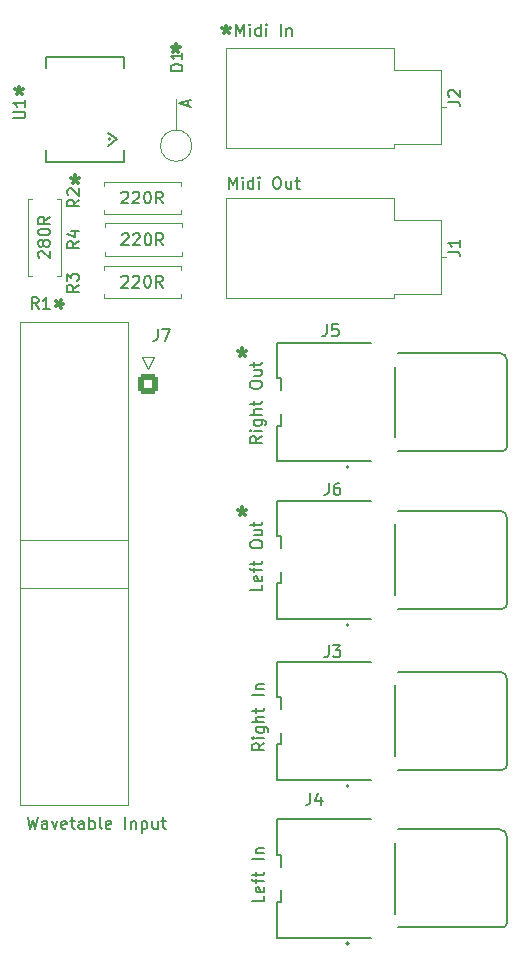
<source format=gbr>
%TF.GenerationSoftware,KiCad,Pcbnew,(6.0.1)*%
%TF.CreationDate,2022-07-28T18:42:16-07:00*%
%TF.ProjectId,waveblaster-to-midi-module,77617665-626c-4617-9374-65722d746f2d,rev?*%
%TF.SameCoordinates,PX525bfc0PY8670810*%
%TF.FileFunction,Legend,Top*%
%TF.FilePolarity,Positive*%
%FSLAX46Y46*%
G04 Gerber Fmt 4.6, Leading zero omitted, Abs format (unit mm)*
G04 Created by KiCad (PCBNEW (6.0.1)) date 2022-07-28 18:42:16*
%MOMM*%
%LPD*%
G01*
G04 APERTURE LIST*
G04 Aperture macros list*
%AMRoundRect*
0 Rectangle with rounded corners*
0 $1 Rounding radius*
0 $2 $3 $4 $5 $6 $7 $8 $9 X,Y pos of 4 corners*
0 Add a 4 corners polygon primitive as box body*
4,1,4,$2,$3,$4,$5,$6,$7,$8,$9,$2,$3,0*
0 Add four circle primitives for the rounded corners*
1,1,$1+$1,$2,$3*
1,1,$1+$1,$4,$5*
1,1,$1+$1,$6,$7*
1,1,$1+$1,$8,$9*
0 Add four rect primitives between the rounded corners*
20,1,$1+$1,$2,$3,$4,$5,0*
20,1,$1+$1,$4,$5,$6,$7,0*
20,1,$1+$1,$6,$7,$8,$9,0*
20,1,$1+$1,$8,$9,$2,$3,0*%
G04 Aperture macros list end*
%ADD10C,0.300000*%
%ADD11C,0.150000*%
%ADD12C,0.120000*%
%ADD13C,0.127000*%
%ADD14C,0.200000*%
%ADD15RoundRect,0.250000X-0.600000X-0.600000X0.600000X-0.600000X0.600000X0.600000X-0.600000X0.600000X0*%
%ADD16C,1.700000*%
%ADD17C,6.400000*%
%ADD18O,1.800000X2.800000*%
%ADD19C,1.600000*%
%ADD20O,1.600000X1.600000*%
%ADD21R,1.248000X1.248000*%
%ADD22C,1.248000*%
%ADD23O,2.400000X4.800000*%
%ADD24O,3.400000X1.700000*%
%ADD25R,1.600000X1.600000*%
G04 APERTURE END LIST*
D10*
X162520000Y-72168571D02*
X162520000Y-72525714D01*
X162162857Y-72382857D02*
X162520000Y-72525714D01*
X162877142Y-72382857D01*
X162305714Y-72811428D02*
X162520000Y-72525714D01*
X162734285Y-72811428D01*
X176660000Y-100268571D02*
X176660000Y-100625714D01*
X176302857Y-100482857D02*
X176660000Y-100625714D01*
X177017142Y-100482857D01*
X176445714Y-100911428D02*
X176660000Y-100625714D01*
X176874285Y-100911428D01*
X161511428Y-83040000D02*
X161154285Y-83040000D01*
X161297142Y-82682857D02*
X161154285Y-83040000D01*
X161297142Y-83397142D01*
X160868571Y-82825714D02*
X161154285Y-83040000D01*
X160868571Y-83254285D01*
X175300000Y-59478571D02*
X175300000Y-59835714D01*
X174942857Y-59692857D02*
X175300000Y-59835714D01*
X175657142Y-59692857D01*
X175085714Y-60121428D02*
X175300000Y-59835714D01*
X175514285Y-60121428D01*
X157790000Y-64648571D02*
X157790000Y-65005714D01*
X157432857Y-64862857D02*
X157790000Y-65005714D01*
X158147142Y-64862857D01*
X157575714Y-65291428D02*
X157790000Y-65005714D01*
X158004285Y-65291428D01*
X176660000Y-86808571D02*
X176660000Y-87165714D01*
X176302857Y-87022857D02*
X176660000Y-87165714D01*
X177017142Y-87022857D01*
X176445714Y-87451428D02*
X176660000Y-87165714D01*
X176874285Y-87451428D01*
X171050000Y-61038571D02*
X171050000Y-61395714D01*
X170692857Y-61252857D02*
X171050000Y-61395714D01*
X171407142Y-61252857D01*
X170835714Y-61681428D02*
X171050000Y-61395714D01*
X171264285Y-61681428D01*
D11*
%TO.C,J7*%
X169496666Y-85152380D02*
X169496666Y-85866666D01*
X169449047Y-86009523D01*
X169353809Y-86104761D01*
X169210952Y-86152380D01*
X169115714Y-86152380D01*
X169877619Y-85152380D02*
X170544285Y-85152380D01*
X170115714Y-86152380D01*
X158496666Y-126492380D02*
X158734761Y-127492380D01*
X158925238Y-126778095D01*
X159115714Y-127492380D01*
X159353809Y-126492380D01*
X160163333Y-127492380D02*
X160163333Y-126968571D01*
X160115714Y-126873333D01*
X160020476Y-126825714D01*
X159830000Y-126825714D01*
X159734761Y-126873333D01*
X160163333Y-127444761D02*
X160068095Y-127492380D01*
X159830000Y-127492380D01*
X159734761Y-127444761D01*
X159687142Y-127349523D01*
X159687142Y-127254285D01*
X159734761Y-127159047D01*
X159830000Y-127111428D01*
X160068095Y-127111428D01*
X160163333Y-127063809D01*
X160544285Y-126825714D02*
X160782380Y-127492380D01*
X161020476Y-126825714D01*
X161782380Y-127444761D02*
X161687142Y-127492380D01*
X161496666Y-127492380D01*
X161401428Y-127444761D01*
X161353809Y-127349523D01*
X161353809Y-126968571D01*
X161401428Y-126873333D01*
X161496666Y-126825714D01*
X161687142Y-126825714D01*
X161782380Y-126873333D01*
X161830000Y-126968571D01*
X161830000Y-127063809D01*
X161353809Y-127159047D01*
X162115714Y-126825714D02*
X162496666Y-126825714D01*
X162258571Y-126492380D02*
X162258571Y-127349523D01*
X162306190Y-127444761D01*
X162401428Y-127492380D01*
X162496666Y-127492380D01*
X163258571Y-127492380D02*
X163258571Y-126968571D01*
X163210952Y-126873333D01*
X163115714Y-126825714D01*
X162925238Y-126825714D01*
X162830000Y-126873333D01*
X163258571Y-127444761D02*
X163163333Y-127492380D01*
X162925238Y-127492380D01*
X162830000Y-127444761D01*
X162782380Y-127349523D01*
X162782380Y-127254285D01*
X162830000Y-127159047D01*
X162925238Y-127111428D01*
X163163333Y-127111428D01*
X163258571Y-127063809D01*
X163734761Y-127492380D02*
X163734761Y-126492380D01*
X163734761Y-126873333D02*
X163830000Y-126825714D01*
X164020476Y-126825714D01*
X164115714Y-126873333D01*
X164163333Y-126920952D01*
X164210952Y-127016190D01*
X164210952Y-127301904D01*
X164163333Y-127397142D01*
X164115714Y-127444761D01*
X164020476Y-127492380D01*
X163830000Y-127492380D01*
X163734761Y-127444761D01*
X164782380Y-127492380D02*
X164687142Y-127444761D01*
X164639523Y-127349523D01*
X164639523Y-126492380D01*
X165544285Y-127444761D02*
X165449047Y-127492380D01*
X165258571Y-127492380D01*
X165163333Y-127444761D01*
X165115714Y-127349523D01*
X165115714Y-126968571D01*
X165163333Y-126873333D01*
X165258571Y-126825714D01*
X165449047Y-126825714D01*
X165544285Y-126873333D01*
X165591904Y-126968571D01*
X165591904Y-127063809D01*
X165115714Y-127159047D01*
X166782380Y-127492380D02*
X166782380Y-126492380D01*
X167258571Y-126825714D02*
X167258571Y-127492380D01*
X167258571Y-126920952D02*
X167306190Y-126873333D01*
X167401428Y-126825714D01*
X167544285Y-126825714D01*
X167639523Y-126873333D01*
X167687142Y-126968571D01*
X167687142Y-127492380D01*
X168163333Y-126825714D02*
X168163333Y-127825714D01*
X168163333Y-126873333D02*
X168258571Y-126825714D01*
X168449047Y-126825714D01*
X168544285Y-126873333D01*
X168591904Y-126920952D01*
X168639523Y-127016190D01*
X168639523Y-127301904D01*
X168591904Y-127397142D01*
X168544285Y-127444761D01*
X168449047Y-127492380D01*
X168258571Y-127492380D01*
X168163333Y-127444761D01*
X169496666Y-126825714D02*
X169496666Y-127492380D01*
X169068095Y-126825714D02*
X169068095Y-127349523D01*
X169115714Y-127444761D01*
X169210952Y-127492380D01*
X169353809Y-127492380D01*
X169449047Y-127444761D01*
X169496666Y-127397142D01*
X169830000Y-126825714D02*
X170210952Y-126825714D01*
X169972857Y-126492380D02*
X169972857Y-127349523D01*
X170020476Y-127444761D01*
X170115714Y-127492380D01*
X170210952Y-127492380D01*
%TO.C,J1*%
X194102380Y-78623333D02*
X194816666Y-78623333D01*
X194959523Y-78670952D01*
X195054761Y-78766190D01*
X195102380Y-78909047D01*
X195102380Y-79004285D01*
X195102380Y-77623333D02*
X195102380Y-78194761D01*
X195102380Y-77909047D02*
X194102380Y-77909047D01*
X194245238Y-78004285D01*
X194340476Y-78099523D01*
X194388095Y-78194761D01*
X175565238Y-73292380D02*
X175565238Y-72292380D01*
X175898571Y-73006666D01*
X176231904Y-72292380D01*
X176231904Y-73292380D01*
X176708095Y-73292380D02*
X176708095Y-72625714D01*
X176708095Y-72292380D02*
X176660476Y-72340000D01*
X176708095Y-72387619D01*
X176755714Y-72340000D01*
X176708095Y-72292380D01*
X176708095Y-72387619D01*
X177612857Y-73292380D02*
X177612857Y-72292380D01*
X177612857Y-73244761D02*
X177517619Y-73292380D01*
X177327142Y-73292380D01*
X177231904Y-73244761D01*
X177184285Y-73197142D01*
X177136666Y-73101904D01*
X177136666Y-72816190D01*
X177184285Y-72720952D01*
X177231904Y-72673333D01*
X177327142Y-72625714D01*
X177517619Y-72625714D01*
X177612857Y-72673333D01*
X178089047Y-73292380D02*
X178089047Y-72625714D01*
X178089047Y-72292380D02*
X178041428Y-72340000D01*
X178089047Y-72387619D01*
X178136666Y-72340000D01*
X178089047Y-72292380D01*
X178089047Y-72387619D01*
X179517619Y-72292380D02*
X179708095Y-72292380D01*
X179803333Y-72340000D01*
X179898571Y-72435238D01*
X179946190Y-72625714D01*
X179946190Y-72959047D01*
X179898571Y-73149523D01*
X179803333Y-73244761D01*
X179708095Y-73292380D01*
X179517619Y-73292380D01*
X179422380Y-73244761D01*
X179327142Y-73149523D01*
X179279523Y-72959047D01*
X179279523Y-72625714D01*
X179327142Y-72435238D01*
X179422380Y-72340000D01*
X179517619Y-72292380D01*
X180803333Y-72625714D02*
X180803333Y-73292380D01*
X180374761Y-72625714D02*
X180374761Y-73149523D01*
X180422380Y-73244761D01*
X180517619Y-73292380D01*
X180660476Y-73292380D01*
X180755714Y-73244761D01*
X180803333Y-73197142D01*
X181136666Y-72625714D02*
X181517619Y-72625714D01*
X181279523Y-72292380D02*
X181279523Y-73149523D01*
X181327142Y-73244761D01*
X181422380Y-73292380D01*
X181517619Y-73292380D01*
%TO.C,R4*%
X162842380Y-77746666D02*
X162366190Y-78080000D01*
X162842380Y-78318095D02*
X161842380Y-78318095D01*
X161842380Y-77937142D01*
X161890000Y-77841904D01*
X161937619Y-77794285D01*
X162032857Y-77746666D01*
X162175714Y-77746666D01*
X162270952Y-77794285D01*
X162318571Y-77841904D01*
X162366190Y-77937142D01*
X162366190Y-78318095D01*
X162175714Y-76889523D02*
X162842380Y-76889523D01*
X161794761Y-77127619D02*
X162509047Y-77365714D01*
X162509047Y-76746666D01*
X166491904Y-77167619D02*
X166539523Y-77120000D01*
X166634761Y-77072380D01*
X166872857Y-77072380D01*
X166968095Y-77120000D01*
X167015714Y-77167619D01*
X167063333Y-77262857D01*
X167063333Y-77358095D01*
X167015714Y-77500952D01*
X166444285Y-78072380D01*
X167063333Y-78072380D01*
X167444285Y-77167619D02*
X167491904Y-77120000D01*
X167587142Y-77072380D01*
X167825238Y-77072380D01*
X167920476Y-77120000D01*
X167968095Y-77167619D01*
X168015714Y-77262857D01*
X168015714Y-77358095D01*
X167968095Y-77500952D01*
X167396666Y-78072380D01*
X168015714Y-78072380D01*
X168634761Y-77072380D02*
X168730000Y-77072380D01*
X168825238Y-77120000D01*
X168872857Y-77167619D01*
X168920476Y-77262857D01*
X168968095Y-77453333D01*
X168968095Y-77691428D01*
X168920476Y-77881904D01*
X168872857Y-77977142D01*
X168825238Y-78024761D01*
X168730000Y-78072380D01*
X168634761Y-78072380D01*
X168539523Y-78024761D01*
X168491904Y-77977142D01*
X168444285Y-77881904D01*
X168396666Y-77691428D01*
X168396666Y-77453333D01*
X168444285Y-77262857D01*
X168491904Y-77167619D01*
X168539523Y-77120000D01*
X168634761Y-77072380D01*
X169968095Y-78072380D02*
X169634761Y-77596190D01*
X169396666Y-78072380D02*
X169396666Y-77072380D01*
X169777619Y-77072380D01*
X169872857Y-77120000D01*
X169920476Y-77167619D01*
X169968095Y-77262857D01*
X169968095Y-77405714D01*
X169920476Y-77500952D01*
X169872857Y-77548571D01*
X169777619Y-77596190D01*
X169396666Y-77596190D01*
%TO.C,U1*%
X157282380Y-67331904D02*
X158091904Y-67331904D01*
X158187142Y-67284285D01*
X158234761Y-67236666D01*
X158282380Y-67141428D01*
X158282380Y-66950952D01*
X158234761Y-66855714D01*
X158187142Y-66808095D01*
X158091904Y-66760476D01*
X157282380Y-66760476D01*
X158282380Y-65760476D02*
X158282380Y-66331904D01*
X158282380Y-66046190D02*
X157282380Y-66046190D01*
X157425238Y-66141428D01*
X157520476Y-66236666D01*
X157568095Y-66331904D01*
%TO.C,J3*%
X183974511Y-111948840D02*
X183974511Y-112667744D01*
X183926584Y-112811524D01*
X183830730Y-112907378D01*
X183686950Y-112955305D01*
X183591096Y-112955305D01*
X184357926Y-111948840D02*
X184980976Y-111948840D01*
X184645488Y-112332255D01*
X184789269Y-112332255D01*
X184885122Y-112380182D01*
X184933049Y-112428109D01*
X184980976Y-112523963D01*
X184980976Y-112763597D01*
X184933049Y-112859451D01*
X184885122Y-112907378D01*
X184789269Y-112955305D01*
X184501707Y-112955305D01*
X184405853Y-112907378D01*
X184357926Y-112859451D01*
X178534379Y-120230151D02*
X178056085Y-120564957D01*
X178534379Y-120804104D02*
X177529962Y-120804104D01*
X177529962Y-120421469D01*
X177577791Y-120325810D01*
X177625620Y-120277980D01*
X177721279Y-120230151D01*
X177864767Y-120230151D01*
X177960426Y-120277980D01*
X178008255Y-120325810D01*
X178056085Y-120421469D01*
X178056085Y-120804104D01*
X178534379Y-119799687D02*
X177864767Y-119799687D01*
X177529962Y-119799687D02*
X177577791Y-119847516D01*
X177625620Y-119799687D01*
X177577791Y-119751857D01*
X177529962Y-119799687D01*
X177625620Y-119799687D01*
X177864767Y-118890928D02*
X178677867Y-118890928D01*
X178773526Y-118938758D01*
X178821355Y-118986587D01*
X178869184Y-119082246D01*
X178869184Y-119225734D01*
X178821355Y-119321393D01*
X178486549Y-118890928D02*
X178534379Y-118986587D01*
X178534379Y-119177905D01*
X178486549Y-119273563D01*
X178438720Y-119321393D01*
X178343061Y-119369222D01*
X178056085Y-119369222D01*
X177960426Y-119321393D01*
X177912597Y-119273563D01*
X177864767Y-119177905D01*
X177864767Y-118986587D01*
X177912597Y-118890928D01*
X178534379Y-118412635D02*
X177529962Y-118412635D01*
X178534379Y-117982170D02*
X178008255Y-117982170D01*
X177912597Y-118030000D01*
X177864767Y-118125658D01*
X177864767Y-118269146D01*
X177912597Y-118364805D01*
X177960426Y-118412635D01*
X177864767Y-117647364D02*
X177864767Y-117264729D01*
X177529962Y-117503876D02*
X178390890Y-117503876D01*
X178486549Y-117456047D01*
X178534379Y-117360388D01*
X178534379Y-117264729D01*
X178534379Y-116164654D02*
X177529962Y-116164654D01*
X177864767Y-115686360D02*
X178534379Y-115686360D01*
X177960426Y-115686360D02*
X177912597Y-115638530D01*
X177864767Y-115542872D01*
X177864767Y-115399384D01*
X177912597Y-115303725D01*
X178008255Y-115255895D01*
X178534379Y-115255895D01*
%TO.C,R3*%
X162812380Y-81426666D02*
X162336190Y-81760000D01*
X162812380Y-81998095D02*
X161812380Y-81998095D01*
X161812380Y-81617142D01*
X161860000Y-81521904D01*
X161907619Y-81474285D01*
X162002857Y-81426666D01*
X162145714Y-81426666D01*
X162240952Y-81474285D01*
X162288571Y-81521904D01*
X162336190Y-81617142D01*
X162336190Y-81998095D01*
X161812380Y-81093333D02*
X161812380Y-80474285D01*
X162193333Y-80807619D01*
X162193333Y-80664761D01*
X162240952Y-80569523D01*
X162288571Y-80521904D01*
X162383809Y-80474285D01*
X162621904Y-80474285D01*
X162717142Y-80521904D01*
X162764761Y-80569523D01*
X162812380Y-80664761D01*
X162812380Y-80950476D01*
X162764761Y-81045714D01*
X162717142Y-81093333D01*
X166441904Y-80757619D02*
X166489523Y-80710000D01*
X166584761Y-80662380D01*
X166822857Y-80662380D01*
X166918095Y-80710000D01*
X166965714Y-80757619D01*
X167013333Y-80852857D01*
X167013333Y-80948095D01*
X166965714Y-81090952D01*
X166394285Y-81662380D01*
X167013333Y-81662380D01*
X167394285Y-80757619D02*
X167441904Y-80710000D01*
X167537142Y-80662380D01*
X167775238Y-80662380D01*
X167870476Y-80710000D01*
X167918095Y-80757619D01*
X167965714Y-80852857D01*
X167965714Y-80948095D01*
X167918095Y-81090952D01*
X167346666Y-81662380D01*
X167965714Y-81662380D01*
X168584761Y-80662380D02*
X168680000Y-80662380D01*
X168775238Y-80710000D01*
X168822857Y-80757619D01*
X168870476Y-80852857D01*
X168918095Y-81043333D01*
X168918095Y-81281428D01*
X168870476Y-81471904D01*
X168822857Y-81567142D01*
X168775238Y-81614761D01*
X168680000Y-81662380D01*
X168584761Y-81662380D01*
X168489523Y-81614761D01*
X168441904Y-81567142D01*
X168394285Y-81471904D01*
X168346666Y-81281428D01*
X168346666Y-81043333D01*
X168394285Y-80852857D01*
X168441904Y-80757619D01*
X168489523Y-80710000D01*
X168584761Y-80662380D01*
X169918095Y-81662380D02*
X169584761Y-81186190D01*
X169346666Y-81662380D02*
X169346666Y-80662380D01*
X169727619Y-80662380D01*
X169822857Y-80710000D01*
X169870476Y-80757619D01*
X169918095Y-80852857D01*
X169918095Y-80995714D01*
X169870476Y-81090952D01*
X169822857Y-81138571D01*
X169727619Y-81186190D01*
X169346666Y-81186190D01*
%TO.C,D1*%
X171602380Y-63298095D02*
X170602380Y-63298095D01*
X170602380Y-63060000D01*
X170650000Y-62917142D01*
X170745238Y-62821904D01*
X170840476Y-62774285D01*
X171030952Y-62726666D01*
X171173809Y-62726666D01*
X171364285Y-62774285D01*
X171459523Y-62821904D01*
X171554761Y-62917142D01*
X171602380Y-63060000D01*
X171602380Y-63298095D01*
X171602380Y-61774285D02*
X171602380Y-62345714D01*
X171602380Y-62060000D02*
X170602380Y-62060000D01*
X170745238Y-62155238D01*
X170840476Y-62250476D01*
X170888095Y-62345714D01*
X172036666Y-66307395D02*
X172036666Y-65831204D01*
X172322380Y-66402633D02*
X171322380Y-66069300D01*
X172322380Y-65735966D01*
%TO.C,J2*%
X194102380Y-65913333D02*
X194816666Y-65913333D01*
X194959523Y-65960952D01*
X195054761Y-66056190D01*
X195102380Y-66199047D01*
X195102380Y-66294285D01*
X194197619Y-65484761D02*
X194150000Y-65437142D01*
X194102380Y-65341904D01*
X194102380Y-65103809D01*
X194150000Y-65008571D01*
X194197619Y-64960952D01*
X194292857Y-64913333D01*
X194388095Y-64913333D01*
X194530952Y-64960952D01*
X195102380Y-65532380D01*
X195102380Y-64913333D01*
X176176666Y-60352380D02*
X176176666Y-59352380D01*
X176510000Y-60066666D01*
X176843333Y-59352380D01*
X176843333Y-60352380D01*
X177319523Y-60352380D02*
X177319523Y-59685714D01*
X177319523Y-59352380D02*
X177271904Y-59400000D01*
X177319523Y-59447619D01*
X177367142Y-59400000D01*
X177319523Y-59352380D01*
X177319523Y-59447619D01*
X178224285Y-60352380D02*
X178224285Y-59352380D01*
X178224285Y-60304761D02*
X178129047Y-60352380D01*
X177938571Y-60352380D01*
X177843333Y-60304761D01*
X177795714Y-60257142D01*
X177748095Y-60161904D01*
X177748095Y-59876190D01*
X177795714Y-59780952D01*
X177843333Y-59733333D01*
X177938571Y-59685714D01*
X178129047Y-59685714D01*
X178224285Y-59733333D01*
X178700476Y-60352380D02*
X178700476Y-59685714D01*
X178700476Y-59352380D02*
X178652857Y-59400000D01*
X178700476Y-59447619D01*
X178748095Y-59400000D01*
X178700476Y-59352380D01*
X178700476Y-59447619D01*
X179938571Y-60352380D02*
X179938571Y-59352380D01*
X180414761Y-59685714D02*
X180414761Y-60352380D01*
X180414761Y-59780952D02*
X180462380Y-59733333D01*
X180557619Y-59685714D01*
X180700476Y-59685714D01*
X180795714Y-59733333D01*
X180843333Y-59828571D01*
X180843333Y-60352380D01*
%TO.C,J4*%
X182438736Y-124456935D02*
X182438736Y-125175839D01*
X182390809Y-125319619D01*
X182294955Y-125415473D01*
X182151175Y-125463400D01*
X182055321Y-125463400D01*
X183349347Y-124792423D02*
X183349347Y-125463400D01*
X183109713Y-124409008D02*
X182870078Y-125127912D01*
X183493128Y-125127912D01*
X178534379Y-133139687D02*
X178534379Y-133617980D01*
X177529962Y-133617980D01*
X178486549Y-132422246D02*
X178534379Y-132517905D01*
X178534379Y-132709222D01*
X178486549Y-132804881D01*
X178390890Y-132852710D01*
X178008255Y-132852710D01*
X177912597Y-132804881D01*
X177864767Y-132709222D01*
X177864767Y-132517905D01*
X177912597Y-132422246D01*
X178008255Y-132374417D01*
X178103914Y-132374417D01*
X178199573Y-132852710D01*
X177864767Y-132087440D02*
X177864767Y-131704805D01*
X178534379Y-131943952D02*
X177673450Y-131943952D01*
X177577791Y-131896123D01*
X177529962Y-131800464D01*
X177529962Y-131704805D01*
X177864767Y-131513488D02*
X177864767Y-131130853D01*
X177529962Y-131370000D02*
X178390890Y-131370000D01*
X178486549Y-131322170D01*
X178534379Y-131226511D01*
X178534379Y-131130853D01*
X178534379Y-130030777D02*
X177529962Y-130030777D01*
X177864767Y-129552483D02*
X178534379Y-129552483D01*
X177960426Y-129552483D02*
X177912597Y-129504654D01*
X177864767Y-129408995D01*
X177864767Y-129265507D01*
X177912597Y-129169848D01*
X178008255Y-129122019D01*
X178534379Y-129122019D01*
%TO.C,R2*%
X162862380Y-74216666D02*
X162386190Y-74550000D01*
X162862380Y-74788095D02*
X161862380Y-74788095D01*
X161862380Y-74407142D01*
X161910000Y-74311904D01*
X161957619Y-74264285D01*
X162052857Y-74216666D01*
X162195714Y-74216666D01*
X162290952Y-74264285D01*
X162338571Y-74311904D01*
X162386190Y-74407142D01*
X162386190Y-74788095D01*
X161957619Y-73835714D02*
X161910000Y-73788095D01*
X161862380Y-73692857D01*
X161862380Y-73454761D01*
X161910000Y-73359523D01*
X161957619Y-73311904D01*
X162052857Y-73264285D01*
X162148095Y-73264285D01*
X162290952Y-73311904D01*
X162862380Y-73883333D01*
X162862380Y-73264285D01*
X166441904Y-73627619D02*
X166489523Y-73580000D01*
X166584761Y-73532380D01*
X166822857Y-73532380D01*
X166918095Y-73580000D01*
X166965714Y-73627619D01*
X167013333Y-73722857D01*
X167013333Y-73818095D01*
X166965714Y-73960952D01*
X166394285Y-74532380D01*
X167013333Y-74532380D01*
X167394285Y-73627619D02*
X167441904Y-73580000D01*
X167537142Y-73532380D01*
X167775238Y-73532380D01*
X167870476Y-73580000D01*
X167918095Y-73627619D01*
X167965714Y-73722857D01*
X167965714Y-73818095D01*
X167918095Y-73960952D01*
X167346666Y-74532380D01*
X167965714Y-74532380D01*
X168584761Y-73532380D02*
X168680000Y-73532380D01*
X168775238Y-73580000D01*
X168822857Y-73627619D01*
X168870476Y-73722857D01*
X168918095Y-73913333D01*
X168918095Y-74151428D01*
X168870476Y-74341904D01*
X168822857Y-74437142D01*
X168775238Y-74484761D01*
X168680000Y-74532380D01*
X168584761Y-74532380D01*
X168489523Y-74484761D01*
X168441904Y-74437142D01*
X168394285Y-74341904D01*
X168346666Y-74151428D01*
X168346666Y-73913333D01*
X168394285Y-73722857D01*
X168441904Y-73627619D01*
X168489523Y-73580000D01*
X168584761Y-73532380D01*
X169918095Y-74532380D02*
X169584761Y-74056190D01*
X169346666Y-74532380D02*
X169346666Y-73532380D01*
X169727619Y-73532380D01*
X169822857Y-73580000D01*
X169870476Y-73627619D01*
X169918095Y-73722857D01*
X169918095Y-73865714D01*
X169870476Y-73960952D01*
X169822857Y-74008571D01*
X169727619Y-74056190D01*
X169346666Y-74056190D01*
%TO.C,J5*%
X183814511Y-84768840D02*
X183814511Y-85487744D01*
X183766584Y-85631524D01*
X183670730Y-85727378D01*
X183526950Y-85775305D01*
X183431096Y-85775305D01*
X184773049Y-84768840D02*
X184293780Y-84768840D01*
X184245853Y-85248109D01*
X184293780Y-85200182D01*
X184389634Y-85152255D01*
X184629269Y-85152255D01*
X184725122Y-85200182D01*
X184773049Y-85248109D01*
X184820976Y-85343963D01*
X184820976Y-85583597D01*
X184773049Y-85679451D01*
X184725122Y-85727378D01*
X184629269Y-85775305D01*
X184389634Y-85775305D01*
X184293780Y-85727378D01*
X184245853Y-85679451D01*
X178314379Y-94224104D02*
X177836085Y-94558909D01*
X178314379Y-94798056D02*
X177309962Y-94798056D01*
X177309962Y-94415421D01*
X177357791Y-94319762D01*
X177405620Y-94271933D01*
X177501279Y-94224104D01*
X177644767Y-94224104D01*
X177740426Y-94271933D01*
X177788255Y-94319762D01*
X177836085Y-94415421D01*
X177836085Y-94798056D01*
X178314379Y-93793639D02*
X177644767Y-93793639D01*
X177309962Y-93793639D02*
X177357791Y-93841469D01*
X177405620Y-93793639D01*
X177357791Y-93745810D01*
X177309962Y-93793639D01*
X177405620Y-93793639D01*
X177644767Y-92884881D02*
X178457867Y-92884881D01*
X178553526Y-92932710D01*
X178601355Y-92980540D01*
X178649184Y-93076198D01*
X178649184Y-93219687D01*
X178601355Y-93315345D01*
X178266549Y-92884881D02*
X178314379Y-92980540D01*
X178314379Y-93171857D01*
X178266549Y-93267516D01*
X178218720Y-93315345D01*
X178123061Y-93363175D01*
X177836085Y-93363175D01*
X177740426Y-93315345D01*
X177692597Y-93267516D01*
X177644767Y-93171857D01*
X177644767Y-92980540D01*
X177692597Y-92884881D01*
X178314379Y-92406587D02*
X177309962Y-92406587D01*
X178314379Y-91976123D02*
X177788255Y-91976123D01*
X177692597Y-92023952D01*
X177644767Y-92119611D01*
X177644767Y-92263099D01*
X177692597Y-92358758D01*
X177740426Y-92406587D01*
X177644767Y-91641317D02*
X177644767Y-91258682D01*
X177309962Y-91497829D02*
X178170890Y-91497829D01*
X178266549Y-91450000D01*
X178314379Y-91354341D01*
X178314379Y-91258682D01*
X177309962Y-89967289D02*
X177309962Y-89775971D01*
X177357791Y-89680312D01*
X177453450Y-89584654D01*
X177644767Y-89536824D01*
X177979573Y-89536824D01*
X178170890Y-89584654D01*
X178266549Y-89680312D01*
X178314379Y-89775971D01*
X178314379Y-89967289D01*
X178266549Y-90062947D01*
X178170890Y-90158606D01*
X177979573Y-90206436D01*
X177644767Y-90206436D01*
X177453450Y-90158606D01*
X177357791Y-90062947D01*
X177309962Y-89967289D01*
X177644767Y-88675895D02*
X178314379Y-88675895D01*
X177644767Y-89106360D02*
X178170890Y-89106360D01*
X178266549Y-89058530D01*
X178314379Y-88962872D01*
X178314379Y-88819384D01*
X178266549Y-88723725D01*
X178218720Y-88675895D01*
X177644767Y-88341090D02*
X177644767Y-87958455D01*
X177309962Y-88197602D02*
X178170890Y-88197602D01*
X178266549Y-88149772D01*
X178314379Y-88054113D01*
X178314379Y-87958455D01*
%TO.C,R1*%
X159423333Y-83482380D02*
X159090000Y-83006190D01*
X158851904Y-83482380D02*
X158851904Y-82482380D01*
X159232857Y-82482380D01*
X159328095Y-82530000D01*
X159375714Y-82577619D01*
X159423333Y-82672857D01*
X159423333Y-82815714D01*
X159375714Y-82910952D01*
X159328095Y-82958571D01*
X159232857Y-83006190D01*
X158851904Y-83006190D01*
X160375714Y-83482380D02*
X159804285Y-83482380D01*
X160090000Y-83482380D02*
X160090000Y-82482380D01*
X159994761Y-82625238D01*
X159899523Y-82720476D01*
X159804285Y-82768095D01*
X159487619Y-79148095D02*
X159440000Y-79100476D01*
X159392380Y-79005238D01*
X159392380Y-78767142D01*
X159440000Y-78671904D01*
X159487619Y-78624285D01*
X159582857Y-78576666D01*
X159678095Y-78576666D01*
X159820952Y-78624285D01*
X160392380Y-79195714D01*
X160392380Y-78576666D01*
X159820952Y-78005238D02*
X159773333Y-78100476D01*
X159725714Y-78148095D01*
X159630476Y-78195714D01*
X159582857Y-78195714D01*
X159487619Y-78148095D01*
X159440000Y-78100476D01*
X159392380Y-78005238D01*
X159392380Y-77814761D01*
X159440000Y-77719523D01*
X159487619Y-77671904D01*
X159582857Y-77624285D01*
X159630476Y-77624285D01*
X159725714Y-77671904D01*
X159773333Y-77719523D01*
X159820952Y-77814761D01*
X159820952Y-78005238D01*
X159868571Y-78100476D01*
X159916190Y-78148095D01*
X160011428Y-78195714D01*
X160201904Y-78195714D01*
X160297142Y-78148095D01*
X160344761Y-78100476D01*
X160392380Y-78005238D01*
X160392380Y-77814761D01*
X160344761Y-77719523D01*
X160297142Y-77671904D01*
X160201904Y-77624285D01*
X160011428Y-77624285D01*
X159916190Y-77671904D01*
X159868571Y-77719523D01*
X159820952Y-77814761D01*
X159392380Y-77005238D02*
X159392380Y-76910000D01*
X159440000Y-76814761D01*
X159487619Y-76767142D01*
X159582857Y-76719523D01*
X159773333Y-76671904D01*
X160011428Y-76671904D01*
X160201904Y-76719523D01*
X160297142Y-76767142D01*
X160344761Y-76814761D01*
X160392380Y-76910000D01*
X160392380Y-77005238D01*
X160344761Y-77100476D01*
X160297142Y-77148095D01*
X160201904Y-77195714D01*
X160011428Y-77243333D01*
X159773333Y-77243333D01*
X159582857Y-77195714D01*
X159487619Y-77148095D01*
X159440000Y-77100476D01*
X159392380Y-77005238D01*
X160392380Y-75671904D02*
X159916190Y-76005238D01*
X160392380Y-76243333D02*
X159392380Y-76243333D01*
X159392380Y-75862380D01*
X159440000Y-75767142D01*
X159487619Y-75719523D01*
X159582857Y-75671904D01*
X159725714Y-75671904D01*
X159820952Y-75719523D01*
X159868571Y-75767142D01*
X159916190Y-75862380D01*
X159916190Y-76243333D01*
%TO.C,J6*%
X183974511Y-98218840D02*
X183974511Y-98937744D01*
X183926584Y-99081524D01*
X183830730Y-99177378D01*
X183686950Y-99225305D01*
X183591096Y-99225305D01*
X184885122Y-98218840D02*
X184693415Y-98218840D01*
X184597561Y-98266767D01*
X184549634Y-98314694D01*
X184453780Y-98458475D01*
X184405853Y-98650182D01*
X184405853Y-99033597D01*
X184453780Y-99129451D01*
X184501707Y-99177378D01*
X184597561Y-99225305D01*
X184789269Y-99225305D01*
X184885122Y-99177378D01*
X184933049Y-99129451D01*
X184980976Y-99033597D01*
X184980976Y-98793963D01*
X184933049Y-98698109D01*
X184885122Y-98650182D01*
X184789269Y-98602255D01*
X184597561Y-98602255D01*
X184501707Y-98650182D01*
X184453780Y-98698109D01*
X184405853Y-98793963D01*
X178364379Y-106803639D02*
X178364379Y-107281933D01*
X177359962Y-107281933D01*
X178316549Y-106086198D02*
X178364379Y-106181857D01*
X178364379Y-106373175D01*
X178316549Y-106468834D01*
X178220890Y-106516663D01*
X177838255Y-106516663D01*
X177742597Y-106468834D01*
X177694767Y-106373175D01*
X177694767Y-106181857D01*
X177742597Y-106086198D01*
X177838255Y-106038369D01*
X177933914Y-106038369D01*
X178029573Y-106516663D01*
X177694767Y-105751393D02*
X177694767Y-105368758D01*
X178364379Y-105607905D02*
X177503450Y-105607905D01*
X177407791Y-105560075D01*
X177359962Y-105464417D01*
X177359962Y-105368758D01*
X177694767Y-105177440D02*
X177694767Y-104794805D01*
X177359962Y-105033952D02*
X178220890Y-105033952D01*
X178316549Y-104986123D01*
X178364379Y-104890464D01*
X178364379Y-104794805D01*
X177359962Y-103503412D02*
X177359962Y-103312094D01*
X177407791Y-103216436D01*
X177503450Y-103120777D01*
X177694767Y-103072947D01*
X178029573Y-103072947D01*
X178220890Y-103120777D01*
X178316549Y-103216436D01*
X178364379Y-103312094D01*
X178364379Y-103503412D01*
X178316549Y-103599071D01*
X178220890Y-103694729D01*
X178029573Y-103742559D01*
X177694767Y-103742559D01*
X177503450Y-103694729D01*
X177407791Y-103599071D01*
X177359962Y-103503412D01*
X177694767Y-102212019D02*
X178364379Y-102212019D01*
X177694767Y-102642483D02*
X178220890Y-102642483D01*
X178316549Y-102594654D01*
X178364379Y-102498995D01*
X178364379Y-102355507D01*
X178316549Y-102259848D01*
X178268720Y-102212019D01*
X177694767Y-101877213D02*
X177694767Y-101494578D01*
X177359962Y-101733725D02*
X178220890Y-101733725D01*
X178316549Y-101685895D01*
X178364379Y-101590237D01*
X178364379Y-101494578D01*
D12*
%TO.C,J7*%
X168710000Y-88550000D02*
X168210000Y-87550000D01*
X166970000Y-125490000D02*
X166970000Y-84590000D01*
X157850000Y-125490000D02*
X166970000Y-125490000D01*
X169210000Y-87550000D02*
X168710000Y-88550000D01*
X166970000Y-84590000D02*
X157850000Y-84590000D01*
X166970000Y-107090000D02*
X157850000Y-107090000D01*
X166970000Y-102990000D02*
X157850000Y-102990000D01*
X157850000Y-84590000D02*
X157850000Y-125490000D01*
X168210000Y-87550000D02*
X169210000Y-87550000D01*
%TO.C,J1*%
X189520000Y-82210000D02*
X189520000Y-82510000D01*
X189520000Y-74070000D02*
X189520000Y-75970000D01*
X175280000Y-74070000D02*
X189520000Y-74070000D01*
X175280000Y-82510000D02*
X175280000Y-74070000D01*
X189520000Y-75970000D02*
X193520000Y-75970000D01*
X193520000Y-79090000D02*
X193900000Y-79090000D01*
X189520000Y-82510000D02*
X175280000Y-82510000D01*
X193520000Y-75970000D02*
X193520000Y-82210000D01*
X193520000Y-82210000D02*
X189520000Y-82210000D01*
%TO.C,R4*%
X165030000Y-78640000D02*
X165030000Y-78970000D01*
X171570000Y-78970000D02*
X171570000Y-78640000D01*
X165030000Y-78970000D02*
X171570000Y-78970000D01*
X165030000Y-76560000D02*
X165030000Y-76230000D01*
X171570000Y-76230000D02*
X171570000Y-76560000D01*
X165030000Y-76230000D02*
X171570000Y-76230000D01*
D13*
%TO.C,U1*%
X160050000Y-71010000D02*
X160050000Y-70010000D01*
X166650000Y-62110000D02*
X160050000Y-62110000D01*
X160050000Y-62110000D02*
X160050000Y-63110000D01*
D11*
X165330000Y-69660000D02*
X166030000Y-69060000D01*
D13*
X166650000Y-70010000D02*
X166650000Y-71010000D01*
D11*
X166030000Y-69060000D02*
X165330000Y-68560000D01*
D13*
X166650000Y-63110000D02*
X166650000Y-62110000D01*
X166650000Y-71010000D02*
X160050000Y-71010000D01*
D14*
X165520000Y-69070000D02*
G75*
G03*
X165520000Y-69070000I-100000J0D01*
G01*
D13*
%TO.C,J3*%
X199080000Y-114796000D02*
X199080000Y-122096000D01*
X198690000Y-122486000D02*
X189830000Y-122486000D01*
X179580000Y-123336000D02*
X179580000Y-120336000D01*
X179580000Y-113336000D02*
X187580000Y-113336000D01*
X179980000Y-120336000D02*
X179980000Y-119336000D01*
X179580000Y-123336000D02*
X187580000Y-123336000D01*
X179980000Y-116336000D02*
X179580000Y-116336000D01*
X179580000Y-116336000D02*
X179580000Y-113336000D01*
X189830000Y-114186000D02*
X198470000Y-114186000D01*
X189580000Y-121336000D02*
X189580000Y-115336000D01*
X179580000Y-120336000D02*
X179980000Y-120336000D01*
X179980000Y-117336000D02*
X179980000Y-116336000D01*
X199080000Y-114796000D02*
G75*
G03*
X198470000Y-114186000I-610000J0D01*
G01*
X198690000Y-122486000D02*
G75*
G03*
X199080000Y-122096000I1J389999D01*
G01*
D14*
X185690000Y-123849000D02*
G75*
G03*
X185690000Y-123849000I-100000J0D01*
G01*
D12*
%TO.C,R3*%
X164980000Y-82230000D02*
X164980000Y-82560000D01*
X171520000Y-82560000D02*
X171520000Y-82230000D01*
X164980000Y-80150000D02*
X164980000Y-79820000D01*
X164980000Y-79820000D02*
X171520000Y-79820000D01*
X164980000Y-82560000D02*
X171520000Y-82560000D01*
X171520000Y-79820000D02*
X171520000Y-80150000D01*
%TO.C,D1*%
X171070000Y-68322929D02*
X171070000Y-65669300D01*
X172396371Y-69649300D02*
G75*
G03*
X172396371Y-69649300I-1326371J0D01*
G01*
%TO.C,J2*%
X189520000Y-69800000D02*
X175280000Y-69800000D01*
X189520000Y-63260000D02*
X193520000Y-63260000D01*
X193520000Y-69500000D02*
X189520000Y-69500000D01*
X193520000Y-66380000D02*
X193900000Y-66380000D01*
X175280000Y-69800000D02*
X175280000Y-61360000D01*
X189520000Y-69500000D02*
X189520000Y-69800000D01*
X189520000Y-61360000D02*
X189520000Y-63260000D01*
X193520000Y-63260000D02*
X193520000Y-69500000D01*
X175280000Y-61360000D02*
X189520000Y-61360000D01*
D13*
%TO.C,J4*%
X199080000Y-128146000D02*
X199080000Y-135446000D01*
X179580000Y-136686000D02*
X179580000Y-133686000D01*
X179580000Y-129686000D02*
X179580000Y-126686000D01*
X179980000Y-130686000D02*
X179980000Y-129686000D01*
X179980000Y-129686000D02*
X179580000Y-129686000D01*
X198690000Y-135836000D02*
X189830000Y-135836000D01*
X189830000Y-127536000D02*
X198470000Y-127536000D01*
X179580000Y-133686000D02*
X179980000Y-133686000D01*
X189580000Y-134686000D02*
X189580000Y-128686000D01*
X179580000Y-136686000D02*
X187580000Y-136686000D01*
X179980000Y-133686000D02*
X179980000Y-132686000D01*
X179580000Y-126686000D02*
X187580000Y-126686000D01*
X199080000Y-128146000D02*
G75*
G03*
X198470000Y-127536000I-610000J0D01*
G01*
X198690000Y-135836000D02*
G75*
G03*
X199080000Y-135446000I1J389999D01*
G01*
D14*
X185690000Y-137199000D02*
G75*
G03*
X185690000Y-137199000I-100000J0D01*
G01*
D12*
%TO.C,R2*%
X164980000Y-72690000D02*
X171520000Y-72690000D01*
X164980000Y-75100000D02*
X164980000Y-75430000D01*
X164980000Y-75430000D02*
X171520000Y-75430000D01*
X171520000Y-72690000D02*
X171520000Y-73020000D01*
X164980000Y-73020000D02*
X164980000Y-72690000D01*
X171520000Y-75430000D02*
X171520000Y-75100000D01*
D13*
%TO.C,J5*%
X179580000Y-96350000D02*
X187580000Y-96350000D01*
X179980000Y-93350000D02*
X179980000Y-92350000D01*
X179980000Y-89350000D02*
X179580000Y-89350000D01*
X198690000Y-95500000D02*
X189830000Y-95500000D01*
X189830000Y-87200000D02*
X198470000Y-87200000D01*
X179580000Y-93350000D02*
X179980000Y-93350000D01*
X179580000Y-86350000D02*
X187580000Y-86350000D01*
X179580000Y-89350000D02*
X179580000Y-86350000D01*
X199080000Y-87810000D02*
X199080000Y-95110000D01*
X179580000Y-96350000D02*
X179580000Y-93350000D01*
X179980000Y-90350000D02*
X179980000Y-89350000D01*
X189580000Y-94350000D02*
X189580000Y-88350000D01*
X199080000Y-87810000D02*
G75*
G03*
X198470000Y-87200000I-610000J0D01*
G01*
X198690000Y-95500000D02*
G75*
G03*
X199080000Y-95110000I1J389999D01*
G01*
D14*
X185690000Y-96863000D02*
G75*
G03*
X185690000Y-96863000I-100000J0D01*
G01*
D12*
%TO.C,R1*%
X158560000Y-74160000D02*
X158890000Y-74160000D01*
X161300000Y-80700000D02*
X161300000Y-74160000D01*
X160970000Y-80700000D02*
X161300000Y-80700000D01*
X161300000Y-74160000D02*
X160970000Y-74160000D01*
X158890000Y-80700000D02*
X158560000Y-80700000D01*
X158560000Y-80700000D02*
X158560000Y-74160000D01*
D13*
%TO.C,J6*%
X179580000Y-109700000D02*
X179580000Y-106700000D01*
X198690000Y-108850000D02*
X189830000Y-108850000D01*
X179580000Y-99700000D02*
X187580000Y-99700000D01*
X189580000Y-107700000D02*
X189580000Y-101700000D01*
X189830000Y-100550000D02*
X198470000Y-100550000D01*
X179980000Y-102700000D02*
X179580000Y-102700000D01*
X179580000Y-102700000D02*
X179580000Y-99700000D01*
X179580000Y-109700000D02*
X187580000Y-109700000D01*
X179580000Y-106700000D02*
X179980000Y-106700000D01*
X179980000Y-103700000D02*
X179980000Y-102700000D01*
X179980000Y-106700000D02*
X179980000Y-105700000D01*
X199080000Y-101160000D02*
X199080000Y-108460000D01*
X199080000Y-101160000D02*
G75*
G03*
X198470000Y-100550000I-610000J0D01*
G01*
X198690000Y-108850000D02*
G75*
G03*
X199080000Y-108460000I1J389999D01*
G01*
D14*
X185690000Y-110213000D02*
G75*
G03*
X185690000Y-110213000I-100000J0D01*
G01*
%TD*%
%LPC*%
D15*
%TO.C,J7*%
X168700000Y-89800000D03*
D16*
X171240000Y-89800000D03*
X168700000Y-92340000D03*
X171240000Y-92340000D03*
X168700000Y-94880000D03*
X171240000Y-94880000D03*
X168700000Y-97420000D03*
X171240000Y-97420000D03*
X168700000Y-99960000D03*
X171240000Y-99960000D03*
X168700000Y-102500000D03*
X171240000Y-102500000D03*
X168700000Y-105040000D03*
X171240000Y-105040000D03*
X168700000Y-107580000D03*
X171240000Y-107580000D03*
X168700000Y-110120000D03*
X171240000Y-110120000D03*
X168700000Y-112660000D03*
X171240000Y-112660000D03*
X168700000Y-115200000D03*
X171240000Y-115200000D03*
X168700000Y-117740000D03*
X171240000Y-117740000D03*
X168700000Y-120280000D03*
X171240000Y-120280000D03*
%TD*%
D17*
%TO.C,H1*%
X185300000Y-57000000D03*
X185300000Y-143500000D03*
%TD*%
D18*
%TO.C,J1*%
X180300000Y-80190000D03*
X188200000Y-78190000D03*
X185800000Y-80190000D03*
%TD*%
D19*
%TO.C,R4*%
X164490000Y-77600000D03*
D20*
X172110000Y-77600000D03*
%TD*%
D21*
%TO.C,U1*%
X167160000Y-69100000D03*
D22*
X167160000Y-66560000D03*
X167160000Y-64020000D03*
X159540000Y-64020000D03*
X159540000Y-66560000D03*
X159540000Y-69100000D03*
%TD*%
D23*
%TO.C,J3*%
X185580000Y-118336000D03*
D24*
X181080000Y-118336000D03*
%TD*%
D19*
%TO.C,R3*%
X164440000Y-81190000D03*
D20*
X172060000Y-81190000D03*
%TD*%
D25*
%TO.C,D1*%
X171070000Y-69649300D03*
D20*
X171070000Y-64569300D03*
%TD*%
D18*
%TO.C,J2*%
X180300000Y-67480000D03*
X188200000Y-65480000D03*
X185800000Y-67480000D03*
%TD*%
D23*
%TO.C,J4*%
X185580000Y-131686000D03*
D24*
X181080000Y-131686000D03*
%TD*%
D19*
%TO.C,R2*%
X164440000Y-74060000D03*
D20*
X172060000Y-74060000D03*
%TD*%
D23*
%TO.C,J5*%
X185580000Y-91350000D03*
D24*
X181080000Y-91350000D03*
%TD*%
D19*
%TO.C,R1*%
X159930000Y-81240000D03*
D20*
X159930000Y-73620000D03*
%TD*%
D23*
%TO.C,J6*%
X185580000Y-104700000D03*
D24*
X181080000Y-104700000D03*
%TD*%
M02*

</source>
